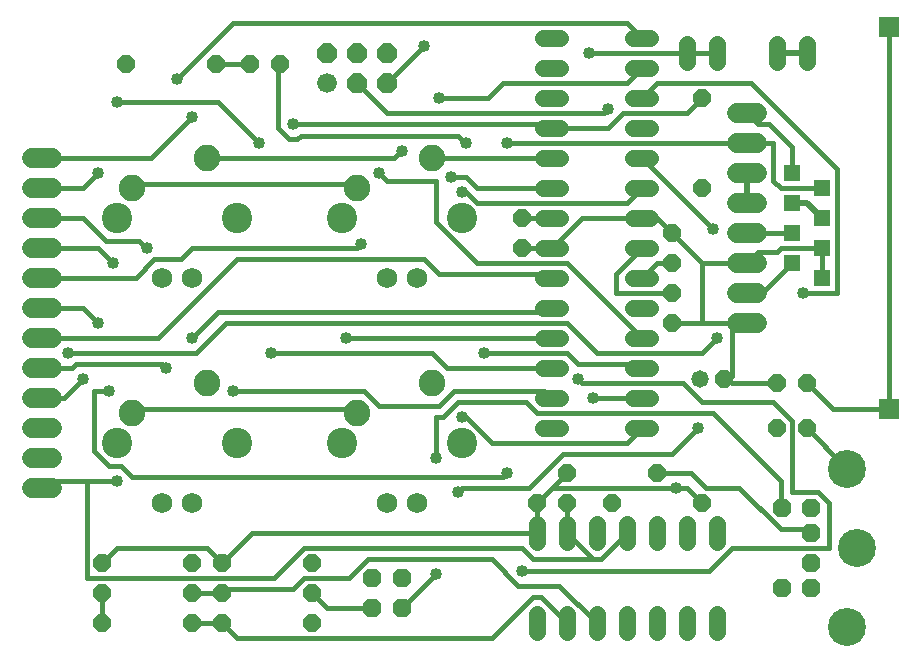
<source format=gtl>
G75*
%MOIN*%
%OFA0B0*%
%FSLAX24Y24*%
%IPPOS*%
%LPD*%
%AMOC8*
5,1,8,0,0,1.08239X$1,22.5*
%
%ADD10OC8,0.0580*%
%ADD11C,0.0580*%
%ADD12OC8,0.0614*%
%ADD13C,0.1266*%
%ADD14R,0.0575X0.0575*%
%ADD15R,0.0710X0.0710*%
%ADD16C,0.0660*%
%ADD17C,0.0580*%
%ADD18C,0.0886*%
%ADD19C,0.1012*%
%ADD20C,0.0680*%
%ADD21C,0.0660*%
%ADD22OC8,0.0660*%
%ADD23OC8,0.0620*%
%ADD24C,0.0160*%
%ADD25C,0.0400*%
%ADD26C,0.0200*%
D10*
X003680Y001680D03*
X003680Y002680D03*
X003680Y003680D03*
X006680Y003680D03*
X007680Y003680D03*
X007680Y002680D03*
X006680Y002680D03*
X006680Y001680D03*
X007680Y001680D03*
X010680Y001680D03*
X010680Y002680D03*
X010680Y003680D03*
X018180Y005680D03*
X019180Y005680D03*
X019180Y006680D03*
X020680Y005680D03*
X022180Y006680D03*
X023680Y005680D03*
X026180Y008180D03*
X027180Y008180D03*
X027180Y009680D03*
X026180Y009680D03*
X024432Y009818D03*
X022680Y011680D03*
X022680Y012680D03*
X022680Y013680D03*
X022680Y014680D03*
X023680Y016180D03*
X023680Y019180D03*
X017680Y015180D03*
X017680Y014180D03*
X009618Y020305D03*
X008618Y020305D03*
X007493Y020305D03*
X004493Y020305D03*
D11*
X023632Y009818D03*
D12*
X026349Y005519D03*
X027334Y005519D03*
X027334Y004692D03*
X027334Y003668D03*
X027334Y002841D03*
X026349Y002841D03*
D13*
X028510Y001540D03*
X028840Y004180D03*
X028510Y006820D03*
D14*
X027680Y013180D03*
X026680Y013680D03*
X027680Y014180D03*
X027680Y015180D03*
X027680Y016180D03*
X026680Y015680D03*
X026680Y014680D03*
X026680Y016680D03*
D15*
X029930Y021560D03*
X029930Y008800D03*
D16*
X025510Y011680D02*
X024850Y011680D01*
X024850Y012680D02*
X025510Y012680D01*
X025510Y013680D02*
X024850Y013680D01*
X024850Y014680D02*
X025510Y014680D01*
X025510Y015680D02*
X024850Y015680D01*
X024850Y016680D02*
X025510Y016680D01*
X025510Y017680D02*
X024850Y017680D01*
X024850Y018680D02*
X025510Y018680D01*
X002010Y017180D02*
X001350Y017180D01*
X001350Y016180D02*
X002010Y016180D01*
X002010Y015180D02*
X001350Y015180D01*
X001350Y014180D02*
X002010Y014180D01*
X002010Y013180D02*
X001350Y013180D01*
X001350Y012180D02*
X002010Y012180D01*
X002010Y011180D02*
X001350Y011180D01*
X001350Y010180D02*
X002010Y010180D01*
X002010Y009180D02*
X001350Y009180D01*
X001350Y008180D02*
X002010Y008180D01*
X002010Y007180D02*
X001350Y007180D01*
X001350Y006180D02*
X002010Y006180D01*
D17*
X018180Y004970D02*
X018180Y004390D01*
X019180Y004390D02*
X019180Y004970D01*
X020180Y004970D02*
X020180Y004390D01*
X021180Y004390D02*
X021180Y004970D01*
X022180Y004970D02*
X022180Y004390D01*
X023180Y004390D02*
X023180Y004970D01*
X024180Y004970D02*
X024180Y004390D01*
X024180Y001970D02*
X024180Y001390D01*
X023180Y001390D02*
X023180Y001970D01*
X022180Y001970D02*
X022180Y001390D01*
X021180Y001390D02*
X021180Y001970D01*
X020180Y001970D02*
X020180Y001390D01*
X019180Y001390D02*
X019180Y001970D01*
X018180Y001970D02*
X018180Y001390D01*
X018390Y008180D02*
X018970Y008180D01*
X018970Y009180D02*
X018390Y009180D01*
X018390Y010180D02*
X018970Y010180D01*
X018970Y011180D02*
X018390Y011180D01*
X018390Y012180D02*
X018970Y012180D01*
X018970Y013180D02*
X018390Y013180D01*
X018390Y014180D02*
X018970Y014180D01*
X018970Y015180D02*
X018390Y015180D01*
X018390Y016180D02*
X018970Y016180D01*
X018970Y017180D02*
X018390Y017180D01*
X018390Y018180D02*
X018970Y018180D01*
X018970Y019180D02*
X018390Y019180D01*
X018390Y020180D02*
X018970Y020180D01*
X018970Y021180D02*
X018390Y021180D01*
X021390Y021180D02*
X021970Y021180D01*
X023180Y020970D02*
X023180Y020390D01*
X021970Y020180D02*
X021390Y020180D01*
X021390Y019180D02*
X021970Y019180D01*
X021970Y018180D02*
X021390Y018180D01*
X021390Y017180D02*
X021970Y017180D01*
X021970Y016180D02*
X021390Y016180D01*
X021390Y015180D02*
X021970Y015180D01*
X021970Y014180D02*
X021390Y014180D01*
X021390Y013180D02*
X021970Y013180D01*
X021970Y012180D02*
X021390Y012180D01*
X021390Y011180D02*
X021970Y011180D01*
X021970Y010180D02*
X021390Y010180D01*
X021390Y009180D02*
X021970Y009180D01*
X021970Y008180D02*
X021390Y008180D01*
X024180Y020390D02*
X024180Y020970D01*
X026180Y020970D02*
X026180Y020390D01*
X027180Y020390D02*
X027180Y020970D01*
D18*
X014680Y017180D03*
X012180Y016180D03*
X007180Y017180D03*
X004680Y016180D03*
X007180Y009680D03*
X004680Y008680D03*
X012180Y008680D03*
X014680Y009680D03*
D19*
X015680Y007680D03*
X011680Y007680D03*
X008180Y007680D03*
X004180Y007680D03*
X004180Y015180D03*
X008180Y015180D03*
X011680Y015180D03*
X015680Y015180D03*
D20*
X014180Y013180D03*
X013180Y013180D03*
X006680Y013180D03*
X005680Y013180D03*
X005680Y005680D03*
X006680Y005680D03*
X013180Y005680D03*
X014180Y005680D03*
D21*
X011180Y019680D03*
D22*
X012180Y019680D03*
X013180Y019680D03*
X013180Y020680D03*
X012180Y020680D03*
X011180Y020680D03*
D23*
X012680Y003180D03*
X012680Y002180D03*
X013680Y002180D03*
X013680Y003180D03*
D24*
X003680Y002680D02*
X003680Y001680D01*
X003180Y003180D02*
X009430Y003180D01*
X010430Y004180D01*
X017680Y004180D01*
X018055Y003805D01*
X020055Y003805D01*
X020305Y003805D01*
X021180Y004680D01*
X020055Y003805D02*
X019180Y004680D01*
X019180Y005680D01*
X018680Y006180D02*
X022805Y006180D01*
X023180Y006180D01*
X023680Y005680D01*
X023805Y006180D02*
X024930Y006180D01*
X026305Y004805D01*
X027305Y004805D01*
X027334Y004692D01*
X027930Y004180D02*
X024680Y004180D01*
X023930Y003430D01*
X017680Y003430D01*
X017555Y002930D02*
X018930Y002930D01*
X020180Y001680D01*
X019180Y001680D02*
X018305Y002555D01*
X018055Y002555D01*
X016680Y001180D01*
X008180Y001180D01*
X007680Y001680D01*
X006680Y001680D01*
X006680Y002680D02*
X007680Y002680D01*
X007805Y002805D01*
X010055Y002805D01*
X010430Y003180D01*
X011930Y003180D01*
X012555Y003805D01*
X016680Y003805D01*
X017555Y002930D01*
X018180Y004680D02*
X008680Y004680D01*
X007680Y003680D01*
X007180Y004180D01*
X004180Y004180D01*
X003680Y003680D01*
X003180Y003180D02*
X003180Y006430D01*
X001930Y006430D01*
X001680Y006180D01*
X003180Y006430D02*
X004180Y006430D01*
X004305Y006930D02*
X004680Y006555D01*
X017055Y006555D01*
X017180Y006680D01*
X017930Y006180D02*
X019055Y007305D01*
X022680Y007305D01*
X023555Y008180D01*
X024055Y008680D02*
X026305Y006430D01*
X026305Y005555D01*
X026349Y005519D01*
X026680Y006055D02*
X027555Y006055D01*
X027930Y005680D01*
X027930Y004180D01*
X026680Y006055D02*
X026680Y008430D01*
X026055Y009055D01*
X023680Y009055D01*
X023055Y009680D01*
X019680Y009680D01*
X019555Y009805D01*
X020055Y009180D02*
X021680Y009180D01*
X021680Y010180D02*
X021555Y010305D01*
X019555Y010305D01*
X019180Y010680D01*
X016430Y010680D01*
X015180Y010180D02*
X014680Y010680D01*
X009305Y010680D01*
X008055Y009430D02*
X012430Y009430D01*
X012930Y008930D01*
X014930Y008930D01*
X015430Y009430D01*
X018430Y009430D01*
X018680Y009180D01*
X018180Y008680D02*
X024055Y008680D01*
X024680Y009680D02*
X026180Y009680D01*
X027180Y009680D02*
X028055Y008805D01*
X029930Y008805D01*
X029930Y008800D01*
X029930Y008805D02*
X029930Y021560D01*
X025930Y018305D02*
X025555Y018305D01*
X025180Y018680D01*
X025930Y018305D02*
X026680Y017555D01*
X026680Y016680D01*
X026305Y016180D02*
X026055Y016430D01*
X026055Y017680D01*
X025180Y017680D01*
X017180Y017680D01*
X018555Y018305D02*
X018680Y018180D01*
X020555Y018180D01*
X021055Y018680D01*
X023180Y018680D01*
X023680Y019180D01*
X022180Y019680D02*
X025305Y019680D01*
X028180Y016805D01*
X028180Y012680D01*
X027055Y012680D01*
X027680Y013180D02*
X027680Y014180D01*
X026305Y014180D01*
X026180Y014055D01*
X025555Y014055D01*
X025180Y013680D01*
X023680Y013680D01*
X023680Y011680D01*
X022680Y011680D01*
X023680Y011680D02*
X024680Y011680D01*
X025180Y011680D01*
X024680Y011680D02*
X024680Y009930D01*
X024555Y009930D01*
X024432Y009818D01*
X024555Y009805D01*
X024680Y009680D01*
X023680Y010680D02*
X020180Y010680D01*
X019180Y011680D01*
X007805Y011680D01*
X006805Y010680D01*
X002555Y010680D01*
X002805Y010305D02*
X002680Y010180D01*
X001680Y010180D01*
X002805Y010305D02*
X005680Y010305D01*
X005805Y010180D01*
X005555Y011180D02*
X001680Y011180D01*
X001680Y012180D02*
X003055Y012180D01*
X003555Y011680D01*
X004805Y013180D02*
X001680Y013180D01*
X001680Y014180D02*
X003555Y014180D01*
X004055Y013680D01*
X004805Y013180D02*
X005430Y013805D01*
X006305Y013805D01*
X006680Y014180D01*
X012180Y014180D01*
X012305Y014305D01*
X014430Y013805D02*
X008180Y013805D01*
X005555Y011180D01*
X006680Y011180D02*
X007555Y012055D01*
X018555Y012055D01*
X018680Y012180D01*
X018680Y013180D02*
X018555Y013305D01*
X014930Y013305D01*
X014430Y013805D01*
X014805Y015055D02*
X014805Y016430D01*
X013180Y016430D01*
X012930Y016680D01*
X012180Y016180D02*
X012055Y016305D01*
X004805Y016305D01*
X004680Y016180D01*
X003555Y016680D02*
X003055Y016180D01*
X001680Y016180D01*
X001680Y015180D02*
X003055Y015180D01*
X003805Y014430D01*
X004930Y014430D01*
X005180Y014180D01*
X005305Y017180D02*
X001680Y017180D01*
X004180Y019055D02*
X007555Y019055D01*
X008930Y017680D01*
X009555Y018180D02*
X009555Y020305D01*
X009618Y020305D01*
X008618Y020305D02*
X007493Y020305D01*
X006180Y019805D02*
X008055Y021680D01*
X021180Y021680D01*
X021680Y021180D01*
X021680Y020180D02*
X021180Y019680D01*
X017055Y019680D01*
X016555Y019180D01*
X014930Y019180D01*
X015555Y017930D02*
X010305Y017930D01*
X010180Y017805D01*
X009930Y017805D01*
X009555Y018180D01*
X010055Y018305D02*
X018555Y018305D01*
X018680Y017180D02*
X014680Y017180D01*
X015305Y016555D02*
X015805Y016555D01*
X016180Y016180D01*
X018680Y016180D01*
X018680Y015180D02*
X017680Y015180D01*
X017680Y014180D02*
X018680Y014180D01*
X019680Y015180D01*
X021680Y015180D01*
X022180Y015180D01*
X022680Y014680D01*
X023680Y013680D01*
X022680Y013680D02*
X022180Y013680D01*
X021680Y013180D01*
X020805Y013305D02*
X020805Y012680D01*
X022680Y012680D01*
X021680Y014180D02*
X020805Y013305D01*
X019180Y013680D02*
X016180Y013680D01*
X014805Y015055D01*
X015805Y016055D02*
X016180Y015680D01*
X021180Y015680D01*
X021680Y016180D01*
X021680Y017180D02*
X024055Y014805D01*
X025180Y014680D02*
X026680Y014680D01*
X026680Y013680D02*
X025680Y012680D01*
X025180Y012680D01*
X024180Y011180D02*
X023680Y010680D01*
X021680Y011180D02*
X019180Y013680D01*
X018680Y011180D02*
X011805Y011180D01*
X012055Y008805D02*
X004805Y008805D01*
X004680Y008680D01*
X003930Y009430D02*
X003430Y009430D01*
X003430Y007430D01*
X003930Y006930D01*
X004305Y006930D01*
X002430Y009180D02*
X001680Y009180D01*
X002430Y009180D02*
X003055Y009805D01*
X012055Y008805D02*
X012180Y008680D01*
X014805Y008555D02*
X014805Y007180D01*
X015680Y006180D02*
X017930Y006180D01*
X018180Y005680D02*
X018680Y006180D01*
X019180Y006680D01*
X018180Y005680D02*
X018180Y004680D01*
X015680Y006180D02*
X015555Y006055D01*
X016680Y007680D02*
X015805Y008555D01*
X015680Y008555D01*
X015555Y009055D02*
X017805Y009055D01*
X018180Y008680D01*
X016680Y007680D02*
X021180Y007680D01*
X021680Y008180D01*
X022180Y006680D02*
X023305Y006680D01*
X023805Y006180D01*
X027180Y008180D02*
X028430Y006930D01*
X028510Y006820D01*
X018680Y010180D02*
X015180Y010180D01*
X015555Y009055D02*
X015055Y008555D01*
X014805Y008555D01*
X014805Y003305D02*
X013680Y002180D01*
X012680Y002180D02*
X011180Y002180D01*
X010680Y002680D01*
X015680Y016055D02*
X015805Y016055D01*
X013680Y017430D02*
X013430Y017180D01*
X007180Y017180D01*
X006680Y018555D02*
X005305Y017180D01*
X012180Y019680D02*
X013180Y018680D01*
X020430Y018680D01*
X020555Y018805D01*
X021680Y019180D02*
X022180Y019680D01*
X023180Y020680D02*
X019930Y020680D01*
X023180Y020680D02*
X024180Y020680D01*
X026305Y016180D02*
X027680Y016180D01*
X015805Y017680D02*
X015555Y017930D01*
X013180Y019680D02*
X014430Y020930D01*
D25*
X014430Y020930D03*
X014930Y019180D03*
X015805Y017680D03*
X015305Y016555D03*
X015680Y016055D03*
X013680Y017430D03*
X012930Y016680D03*
X010055Y018305D03*
X008930Y017680D03*
X006680Y018555D03*
X006180Y019805D03*
X004180Y019055D03*
X003555Y016680D03*
X005180Y014180D03*
X004055Y013680D03*
X003555Y011680D03*
X002555Y010680D03*
X003055Y009805D03*
X003930Y009430D03*
X005805Y010180D03*
X006680Y011180D03*
X008055Y009430D03*
X009305Y010680D03*
X011805Y011180D03*
X015680Y008555D03*
X014805Y007180D03*
X015555Y006055D03*
X017180Y006680D03*
X020055Y009180D03*
X019555Y009805D03*
X016430Y010680D03*
X012305Y014305D03*
X017180Y017680D03*
X020555Y018805D03*
X019930Y020680D03*
X024055Y014805D03*
X027055Y012680D03*
X024180Y011180D03*
X023555Y008180D03*
X022805Y006180D03*
X017680Y003430D03*
X014805Y003305D03*
X004180Y006430D03*
D26*
X025180Y015680D02*
X025180Y016680D01*
X026680Y015680D02*
X027180Y015680D01*
X027680Y015180D01*
X027180Y020680D02*
X026180Y020680D01*
M02*

</source>
